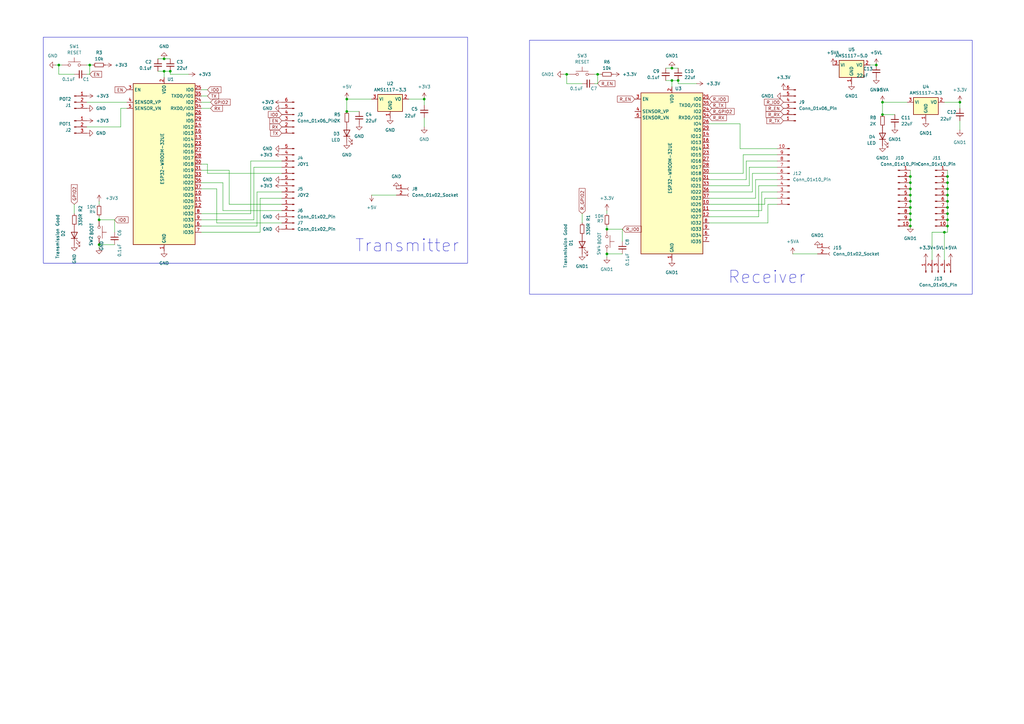
<source format=kicad_sch>
(kicad_sch (version 20250114) (generator "eeschema") (generator_version "9.0")
  (paper "A3")
  (lib_symbols
    (symbol "Connector:Conn_01x02_Pin" (pin_names (offset 1.016) (hide yes))
      (property "Reference" "J" (at 0 2.54 0))
      (property "Value" "Conn_01x02_Pin" (at 0 -5.08 0))
      (symbol "Conn_01x02_Pin_1_1"
        (pin passive line (at 5.08 0 180) (length 3.81) (name "Pin_1") (number "1"))
        (pin passive line (at 5.08 -2.54 180) (length 3.81) (name "Pin_2") (number "2"))
      )
    )
    (symbol "Connector:Conn_01x02_Socket" (pin_names (offset 1.016) (hide yes))
      (property "Reference" "J" (at 0 2.54 0))
      (property "Value" "Conn_01x02_Socket" (at 0 -5.08 0))
      (symbol "Conn_01x02_Socket_1_1"
        (pin passive line (at -5.08 0 0) (length 3.81) (name "Pin_1") (number "1"))
        (pin passive line (at -5.08 -2.54 0) (length 3.81) (name "Pin_2") (number "2"))
      )
    )
    (symbol "Connector:Conn_01x03_Pin" (pin_names (offset 1.016) (hide yes))
      (property "Reference" "J" (at 0 5.08 0))
      (property "Value" "Conn_01x03_Pin" (at 0 -5.08 0))
      (symbol "Conn_01x03_Pin_1_1"
        (pin passive line (at 5.08 2.54 180) (length 3.81) (name "Pin_1") (number "1"))
        (pin passive line (at 5.08 0 180) (length 3.81) (name "Pin_2") (number "2"))
        (pin passive line (at 5.08 -2.54 180) (length 3.81) (name "Pin_3") (number "3"))
      )
    )
    (symbol "Connector:Conn_01x05_Pin" (pin_names (offset 1.016) (hide yes))
      (property "Reference" "J" (at 0 7.62 0))
      (property "Value" "Conn_01x05_Pin" (at 0 -7.62 0))
      (symbol "Conn_01x05_Pin_1_1"
        (pin passive line (at 5.08 5.08 180) (length 3.81) (name "Pin_1") (number "1"))
        (pin passive line (at 5.08 2.54 180) (length 3.81) (name "Pin_2") (number "2"))
        (pin passive line (at 5.08 0 180) (length 3.81) (name "Pin_3") (number "3"))
        (pin passive line (at 5.08 -2.54 180) (length 3.81) (name "Pin_4") (number "4"))
        (pin passive line (at 5.08 -5.08 180) (length 3.81) (name "Pin_5") (number "5"))
      )
    )
    (symbol "Connector:Conn_01x06_Pin" (pin_names (offset 1.016) (hide yes))
      (property "Reference" "J" (at 0 7.62 0))
      (property "Value" "Conn_01x06_Pin" (at 0 -10.16 0))
      (symbol "Conn_01x06_Pin_1_1"
        (pin passive line (at 5.08 5.08 180) (length 3.81) (name "Pin_1") (number "1"))
        (pin passive line (at 5.08 2.54 180) (length 3.81) (name "Pin_2") (number "2"))
        (pin passive line (at 5.08 0 180) (length 3.81) (name "Pin_3") (number "3"))
        (pin passive line (at 5.08 -2.54 180) (length 3.81) (name "Pin_4") (number "4"))
        (pin passive line (at 5.08 -5.08 180) (length 3.81) (name "Pin_5") (number "5"))
        (pin passive line (at 5.08 -7.62 180) (length 3.81) (name "Pin_6") (number "6"))
      )
    )
    (symbol "Connector:Conn_01x10_Pin" (pin_names (offset 1.016) (hide yes))
      (property "Reference" "J" (at 0 12.7 0))
      (property "Value" "Conn_01x10_Pin" (at 0 -15.24 0))
      (symbol "Conn_01x10_Pin_1_1"
        (pin passive line (at 5.08 10.16 180) (length 3.81) (name "Pin_1") (number "1"))
        (pin passive line (at 5.08 7.62 180) (length 3.81) (name "Pin_2") (number "2"))
        (pin passive line (at 5.08 5.08 180) (length 3.81) (name "Pin_3") (number "3"))
        (pin passive line (at 5.08 2.54 180) (length 3.81) (name "Pin_4") (number "4"))
        (pin passive line (at 5.08 0 180) (length 3.81) (name "Pin_5") (number "5"))
        (pin passive line (at 5.08 -2.54 180) (length 3.81) (name "Pin_6") (number "6"))
        (pin passive line (at 5.08 -5.08 180) (length 3.81) (name "Pin_7") (number "7"))
        (pin passive line (at 5.08 -7.62 180) (length 3.81) (name "Pin_8") (number "8"))
        (pin passive line (at 5.08 -10.16 180) (length 3.81) (name "Pin_9") (number "9"))
        (pin passive line (at 5.08 -12.7 180) (length 3.81) (name "Pin_10") (number "10"))
      )
    )
    (symbol "Device:C_Small" (pin_numbers (hide yes)) (pin_names (offset 0.254) (hide yes))
      (property "Reference" "C" (at 0.254 1.778 0))
      (property "Value" "C_Small" (at 0.254 -2.032 0))
      (symbol "C_Small_1_1"
        (pin passive line (at 0 2.54 270) (length 2.032) (name "~") (number "1"))
        (pin passive line (at 0 -2.54 90) (length 2.032) (name "~") (number "2"))
      )
    )
    (symbol "Device:LED" (pin_numbers (hide yes)) (pin_names (offset 1.016) (hide yes))
      (property "Reference" "D" (at 0 2.54 0))
      (property "Value" "LED" (at 0 -2.54 0))
      (symbol "LED_1_1"
        (pin passive line (at -3.81 0 0) (length 2.54) (name "K") (number "1"))
        (pin passive line (at 3.81 0 180) (length 2.54) (name "A") (number "2"))
      )
    )
    (symbol "Device:R_Small" (pin_numbers (hide yes)) (pin_names (offset 0.254) (hide yes))
      (property "Reference" "R" (at 0.762 0.508 0))
      (property "Value" "R_Small" (at 0.762 -1.016 0))
      (symbol "R_Small_1_1"
        (pin passive line (at 0 2.54 270) (length 0.762) (name "~") (number "1"))
        (pin passive line (at 0 -2.54 90) (length 0.762) (name "~") (number "2"))
      )
    )
    (symbol "RF_Module:ESP32-WROOM-32UE"
      (property "Reference" "U" (at -12.7 34.29 0))
      (property "Value" "ESP32-WROOM-32UE" (at 1.27 34.29 0))
      (symbol "ESP32-WROOM-32UE_1_1"
        (pin input line (at -15.24 30.48 0) (length 2.54) (name "EN") (number "3"))
        (pin input line (at -15.24 25.4 0) (length 2.54) (name "SENSOR_VP") (number "4"))
        (pin input line (at -15.24 22.86 0) (length 2.54) (name "SENSOR_VN") (number "5"))
        (pin no_connect line (at -12.7 0 0) (length 2.54) (hide yes) (name "NC") (number "21"))
        (pin no_connect line (at -12.7 -2.54 0) (length 2.54) (hide yes) (name "NC") (number "22"))
        (pin no_connect line (at -12.7 -5.08 0) (length 2.54) (hide yes) (name "NC") (number "17"))
        (pin no_connect line (at -12.7 -7.62 0) (length 2.54) (hide yes) (name "NC") (number "18"))
        (pin no_connect line (at -12.7 -10.16 0) (length 2.54) (hide yes) (name "NC") (number "20"))
        (pin no_connect line (at -12.7 -12.7 0) (length 2.54) (hide yes) (name "NC") (number "19"))
        (pin no_connect line (at -12.7 -27.94 0) (length 2.54) (hide yes) (name "NC") (number "32"))
        (pin power_in line (at 0 35.56 270) (length 2.54) (name "VDD") (number "2"))
        (pin power_in line (at 0 -35.56 90) (length 2.54) (name "GND") (number "1"))
        (pin passive line (at 0 -35.56 90) (length 2.54) (hide yes) (name "GND") (number "15"))
        (pin passive line (at 0 -35.56 90) (length 2.54) (hide yes) (name "GND") (number "38"))
        (pin passive line (at 0 -35.56 90) (length 2.54) (hide yes) (name "GND") (number "39"))
        (pin bidirectional line (at 15.24 30.48 180) (length 2.54) (name "IO0") (number "25"))
        (pin bidirectional line (at 15.24 27.94 180) (length 2.54) (name "TXD0/IO1") (number "35"))
        (pin bidirectional line (at 15.24 25.4 180) (length 2.54) (name "IO2") (number "24"))
        (pin bidirectional line (at 15.24 22.86 180) (length 2.54) (name "RXD0/IO3") (number "34"))
        (pin bidirectional line (at 15.24 20.32 180) (length 2.54) (name "IO4") (number "26"))
        (pin bidirectional line (at 15.24 17.78 180) (length 2.54) (name "IO5") (number "29"))
        (pin bidirectional line (at 15.24 15.24 180) (length 2.54) (name "IO12") (number "14"))
        (pin bidirectional line (at 15.24 12.7 180) (length 2.54) (name "IO13") (number "16"))
        (pin bidirectional line (at 15.24 10.16 180) (length 2.54) (name "IO14") (number "13"))
        (pin bidirectional line (at 15.24 7.62 180) (length 2.54) (name "IO15") (number "23"))
        (pin bidirectional line (at 15.24 5.08 180) (length 2.54) (name "IO16") (number "27"))
        (pin bidirectional line (at 15.24 2.54 180) (length 2.54) (name "IO17") (number "28"))
        (pin bidirectional line (at 15.24 0 180) (length 2.54) (name "IO18") (number "30"))
        (pin bidirectional line (at 15.24 -2.54 180) (length 2.54) (name "IO19") (number "31"))
        (pin bidirectional line (at 15.24 -5.08 180) (length 2.54) (name "IO21") (number "33"))
        (pin bidirectional line (at 15.24 -7.62 180) (length 2.54) (name "IO22") (number "36"))
        (pin bidirectional line (at 15.24 -10.16 180) (length 2.54) (name "IO23") (number "37"))
        (pin bidirectional line (at 15.24 -12.7 180) (length 2.54) (name "IO25") (number "10"))
        (pin bidirectional line (at 15.24 -15.24 180) (length 2.54) (name "IO26") (number "11"))
        (pin bidirectional line (at 15.24 -17.78 180) (length 2.54) (name "IO27") (number "12"))
        (pin bidirectional line (at 15.24 -20.32 180) (length 2.54) (name "IO32") (number "8"))
        (pin bidirectional line (at 15.24 -22.86 180) (length 2.54) (name "IO33") (number "9"))
        (pin input line (at 15.24 -25.4 180) (length 2.54) (name "IO34") (number "6"))
        (pin input line (at 15.24 -27.94 180) (length 2.54) (name "IO35") (number "7"))
      )
    )
    (symbol "Regulator_Linear:AMS1117-3.3"
      (property "Reference" "U" (at -3.81 3.175 0))
      (property "Value" "AMS1117-3.3" (at 0 3.175 0))
      (symbol "AMS1117-3.3_1_1"
        (pin power_in line (at -7.62 0 0) (length 2.54) (name "VI") (number "3"))
        (pin power_in line (at 0 -7.62 90) (length 2.54) (name "GND") (number "1"))
        (pin power_out line (at 7.62 0 180) (length 2.54) (name "VO") (number "2"))
      )
    )
    (symbol "Regulator_Linear:AMS1117-5.0"
      (property "Reference" "U" (at -3.81 3.175 0))
      (property "Value" "AMS1117-5.0" (at 0 3.175 0))
      (symbol "AMS1117-5.0_1_1"
        (pin power_in line (at -7.62 0 0) (length 2.54) (name "VI") (number "3"))
        (pin power_in line (at 0 -7.62 90) (length 2.54) (name "GND") (number "1"))
        (pin power_out line (at 7.62 0 180) (length 2.54) (name "VO") (number "2"))
      )
    )
    (symbol "Switch:SW_Push" (pin_numbers (hide yes)) (pin_names (offset 1.016) (hide yes))
      (property "Reference" "SW" (at 1.27 2.54 0))
      (property "Value" "SW_Push" (at 0 -1.524 0))
      (symbol "SW_Push_0_1"
        (pin passive line (at -5.08 0 0) (length 2.54) (name "1") (number "1"))
        (pin passive line (at 5.08 0 180) (length 2.54) (name "2") (number "2"))
      )
    )
    (symbol "power:+3.3V" (power) (pin_numbers (hide yes)) (pin_names (offset 0) (hide yes))
      (property "Value" "+3.3V" (at 0 3.556 0))
      (symbol "+3.3V_1_1"
        (pin power_in line (at 0 0 90) (length 0) (name "~") (number "1"))
      )
    )
    (symbol "power:+3V3" (power) (pin_numbers (hide yes)) (pin_names (offset 0) (hide yes))
      (property "Value" "+3V3" (at 0 3.556 0))
      (symbol "+3V3_1_1"
        (pin power_in line (at 0 0 90) (length 0) (name "~") (number "1"))
      )
    )
    (symbol "power:+5V" (power) (pin_numbers (hide yes)) (pin_names (offset 0) (hide yes))
      (property "Value" "+5V" (at 0 3.556 0))
      (symbol "+5V_1_1"
        (pin power_in line (at 0 0 90) (length 0) (name "~") (number "1"))
      )
    )
    (symbol "power:+5VA" (power) (pin_numbers (hide yes)) (pin_names (offset 0) (hide yes))
      (property "Value" "+5VA" (at 0 3.556 0))
      (symbol "+5VA_1_1"
        (pin power_in line (at 0 0 90) (length 0) (name "~") (number "1"))
      )
    )
    (symbol "power:+5VL" (power) (pin_numbers (hide yes)) (pin_names (offset 0) (hide yes))
      (property "Value" "+5VL" (at 0 3.556 0))
      (symbol "+5VL_1_1"
        (pin power_in line (at 0 0 90) (length 0) (name "~") (number "1"))
      )
    )
    (symbol "power:GND" (power) (pin_numbers (hide yes)) (pin_names (offset 0) (hide yes))
      (property "Value" "GND" (at 0 -3.81 0))
      (symbol "GND_1_1"
        (pin power_in line (at 0 0 270) (length 0) (name "~") (number "1"))
      )
    )
    (symbol "power:GND1" (power) (pin_numbers (hide yes)) (pin_names (offset 0) (hide yes))
      (property "Value" "GND1" (at 0 -3.81 0))
      (symbol "GND1_1_1"
        (pin power_in line (at 0 0 270) (length 0) (name "~") (number "1"))
      )
    )
  )
  (rectangle (start 217.17 16.51) (end 398.78 120.65))
  (rectangle (start 17.78 15.24) (end 191.77 107.95))
  (text "Receiver \n" (at 316.484 113.792 0) (effects (font (size 5.08 5.08))))
  (text "Transmitter " (at 168.91 100.838 0) (effects (font (size 5.08 5.08))))
  (junction (at 388.62 72.39))
  (junction (at 373.38 77.47))
  (junction (at 275.59 27.94))
  (junction (at 373.38 85.09))
  (junction (at 388.62 77.47))
  (junction (at 373.38 92.71))
  (junction (at 361.95 41.91))
  (junction (at 373.38 90.17))
  (junction (at 142.24 45.72))
  (junction (at 388.62 74.93))
  (junction (at 387.35 95.25))
  (junction (at 359.41 26.67))
  (junction (at 388.62 87.63))
  (junction (at 278.13 33.02))
  (junction (at 142.24 40.64))
  (junction (at 36.83 26.67))
  (junction (at 69.85 29.21))
  (junction (at 67.31 24.13))
  (junction (at 388.62 92.71))
  (junction (at 232.41 30.48))
  (junction (at 373.38 82.55))
  (junction (at 245.11 30.48))
  (junction (at 388.62 80.01))
  (junction (at 393.7 41.91))
  (junction (at 24.13 26.67))
  (junction (at 373.38 87.63))
  (junction (at 40.64 90.17))
  (junction (at 373.38 72.39))
  (junction (at 373.38 80.01))
  (junction (at 373.38 74.93))
  (junction (at 388.62 85.09))
  (junction (at 173.99 40.64))
  (junction (at 275.59 33.02))
  (junction (at 67.31 29.21))
  (junction (at 40.64 100.33))
  (junction (at 388.62 90.17))
  (junction (at 361.95 46.99))
  (junction (at 388.62 82.55))
  (junction (at 248.92 104.14))
  (junction (at 248.92 93.98))
  (wire (pts (xy 115.57 66.04) (xy 102.87 66.04)))
  (wire (pts (xy 382.27 106.68) (xy 382.27 95.25)))
  (wire (pts (xy 167.64 40.64) (xy 173.99 40.64)))
  (wire (pts (xy 248.92 105.41) (xy 248.92 104.14)))
  (wire (pts (xy 173.99 48.26) (xy 173.99 52.07)))
  (wire (pts (xy 388.62 87.63) (xy 388.62 90.17)))
  (wire (pts (xy 255.27 93.98) (xy 248.92 93.98)))
  (wire (pts (xy 290.83 50.8) (xy 303.53 50.8)))
  (wire (pts (xy 245.11 30.48) (xy 243.84 30.48)))
  (wire (pts (xy 373.38 72.39) (xy 373.38 74.93)))
  (wire (pts (xy 106.68 81.28) (xy 115.57 81.28)))
  (wire (pts (xy 388.62 82.55) (xy 388.62 85.09)))
  (wire (pts (xy 314.96 91.44) (xy 290.83 91.44)))
  (wire (pts (xy 245.11 34.29) (xy 245.11 30.48)))
  (wire (pts (xy 64.77 29.21) (xy 67.31 29.21)))
  (wire (pts (xy 102.87 87.63) (xy 82.55 87.63)))
  (wire (pts (xy 35.56 41.91) (xy 52.07 41.91)))
  (wire (pts (xy 36.83 30.48) (xy 36.83 26.67)))
  (wire (pts (xy 173.99 43.18) (xy 173.99 40.64)))
  (wire (pts (xy 373.38 85.09) (xy 373.38 87.63)))
  (wire (pts (xy 104.14 90.17) (xy 104.14 68.58)))
  (wire (pts (xy 290.83 86.36) (xy 312.42 86.36)))
  (wire (pts (xy 232.41 30.48) (xy 233.68 30.48)))
  (wire (pts (xy 308.61 78.74) (xy 308.61 71.12)))
  (wire (pts (xy 388.62 69.85) (xy 388.62 72.39)))
  (wire (pts (xy 393.7 44.45) (xy 393.7 41.91)))
  (wire (pts (xy 303.53 50.8) (xy 303.53 60.96)))
  (wire (pts (xy 40.64 101.6) (xy 40.64 100.33)))
  (wire (pts (xy 67.31 24.13) (xy 69.85 24.13)))
  (wire (pts (xy 115.57 78.74) (xy 105.41 78.74)))
  (wire (pts (xy 290.83 81.28) (xy 309.88 81.28)))
  (wire (pts (xy 388.62 85.09) (xy 388.62 87.63)))
  (wire (pts (xy 85.09 71.12) (xy 85.09 67.31)))
  (wire (pts (xy 290.83 83.82) (xy 313.69 83.82)))
  (wire (pts (xy 303.53 60.96) (xy 318.77 60.96)))
  (wire (pts (xy 85.09 39.37) (xy 82.55 39.37)))
  (wire (pts (xy 82.55 95.25) (xy 106.68 95.25)))
  (wire (pts (xy 93.98 83.82) (xy 115.57 83.82)))
  (wire (pts (xy 318.77 78.74) (xy 312.42 78.74)))
  (wire (pts (xy 307.34 76.2) (xy 307.34 68.58)))
  (wire (pts (xy 306.07 73.66) (xy 290.83 73.66)))
  (wire (pts (xy 64.77 24.13) (xy 67.31 24.13)))
  (wire (pts (xy 290.83 88.9) (xy 311.15 88.9)))
  (wire (pts (xy 388.62 72.39) (xy 388.62 74.93)))
  (wire (pts (xy 85.09 36.83) (xy 82.55 36.83)))
  (wire (pts (xy 82.55 77.47) (xy 88.9 77.47)))
  (wire (pts (xy 309.88 81.28) (xy 309.88 73.66)))
  (wire (pts (xy 387.35 106.68) (xy 387.35 95.25)))
  (wire (pts (xy 306.07 66.04) (xy 306.07 73.66)))
  (wire (pts (xy 285.75 34.29) (xy 278.13 34.29)))
  (wire (pts (xy 248.92 87.63) (xy 248.92 86.36)))
  (wire (pts (xy 93.98 69.85) (xy 93.98 83.82)))
  (wire (pts (xy 152.4 80.01) (xy 162.56 80.01)))
  (wire (pts (xy 142.24 40.64) (xy 142.24 45.72)))
  (wire (pts (xy 388.62 95.25) (xy 388.62 92.71)))
  (wire (pts (xy 115.57 71.12) (xy 85.09 71.12)))
  (wire (pts (xy 372.11 41.91) (xy 361.95 41.91)))
  (wire (pts (xy 278.13 34.29) (xy 278.13 33.02)))
  (wire (pts (xy 88.9 91.44) (xy 115.57 91.44)))
  (wire (pts (xy 313.69 83.82) (xy 313.69 81.28)))
  (wire (pts (xy 387.35 95.25) (xy 388.62 95.25)))
  (wire (pts (xy 308.61 71.12) (xy 318.77 71.12)))
  (wire (pts (xy 318.77 83.82) (xy 314.96 83.82)))
  (wire (pts (xy 82.55 90.17) (xy 104.14 90.17)))
  (wire (pts (xy 275.59 33.02) (xy 278.13 33.02)))
  (wire (pts (xy 88.9 77.47) (xy 88.9 91.44)))
  (wire (pts (xy 91.44 86.36) (xy 115.57 86.36)))
  (wire (pts (xy 40.64 88.9) (xy 40.64 90.17)))
  (wire (pts (xy 238.76 87.63) (xy 238.76 91.44)))
  (wire (pts (xy 382.27 95.25) (xy 387.35 95.25)))
  (wire (pts (xy 35.56 30.48) (xy 36.83 30.48)))
  (wire (pts (xy 307.34 68.58) (xy 318.77 68.58)))
  (wire (pts (xy 388.62 80.01) (xy 388.62 82.55)))
  (wire (pts (xy 373.38 77.47) (xy 373.38 80.01)))
  (wire (pts (xy 82.55 69.85) (xy 93.98 69.85)))
  (wire (pts (xy 311.15 76.2) (xy 318.77 76.2)))
  (wire (pts (xy 85.09 67.31) (xy 82.55 67.31)))
  (wire (pts (xy 105.41 92.71) (xy 82.55 92.71)))
  (wire (pts (xy 22.86 26.67) (xy 24.13 26.67)))
  (wire (pts (xy 105.41 78.74) (xy 105.41 92.71)))
  (wire (pts (xy 373.38 74.93) (xy 373.38 77.47)))
  (wire (pts (xy 67.31 29.21) (xy 67.31 31.75)))
  (wire (pts (xy 255.27 104.14) (xy 248.92 104.14)))
  (wire (pts (xy 304.8 63.5) (xy 318.77 63.5)))
  (wire (pts (xy 46.99 90.17) (xy 46.99 95.25)))
  (wire (pts (xy 46.99 100.33) (xy 40.64 100.33)))
  (wire (pts (xy 24.13 26.67) (xy 25.4 26.67)))
  (wire (pts (xy 238.76 34.29) (xy 232.41 34.29)))
  (wire (pts (xy 243.84 34.29) (xy 245.11 34.29)))
  (wire (pts (xy 102.87 66.04) (xy 102.87 87.63)))
  (wire (pts (xy 273.05 27.94) (xy 275.59 27.94)))
  (wire (pts (xy 38.1 26.67) (xy 36.83 26.67)))
  (wire (pts (xy 255.27 93.98) (xy 255.27 99.06)))
  (wire (pts (xy 86.36 44.45) (xy 82.55 44.45)))
  (wire (pts (xy 313.69 81.28) (xy 318.77 81.28)))
  (wire (pts (xy 104.14 68.58) (xy 115.57 68.58)))
  (wire (pts (xy 24.13 30.48) (xy 24.13 26.67)))
  (wire (pts (xy 388.62 90.17) (xy 388.62 92.71)))
  (wire (pts (xy 361.95 46.99) (xy 367.03 46.99)))
  (wire (pts (xy 387.35 41.91) (xy 393.7 41.91)))
  (wire (pts (xy 231.14 30.48) (xy 232.41 30.48)))
  (wire (pts (xy 152.4 40.64) (xy 142.24 40.64)))
  (wire (pts (xy 388.62 74.93) (xy 388.62 77.47)))
  (wire (pts (xy 67.31 29.21) (xy 69.85 29.21)))
  (wire (pts (xy 142.24 45.72) (xy 147.32 45.72)))
  (wire (pts (xy 248.92 92.71) (xy 248.92 93.98)))
  (wire (pts (xy 246.38 30.48) (xy 245.11 30.48)))
  (wire (pts (xy 82.55 74.93) (xy 91.44 74.93)))
  (wire (pts (xy 290.83 71.12) (xy 304.8 71.12)))
  (wire (pts (xy 232.41 34.29) (xy 232.41 30.48)))
  (wire (pts (xy 393.7 49.53) (xy 393.7 53.34)))
  (wire (pts (xy 311.15 76.2) (xy 311.15 88.9)))
  (wire (pts (xy 318.77 66.04) (xy 306.07 66.04)))
  (wire (pts (xy 86.36 41.91) (xy 82.55 41.91)))
  (wire (pts (xy 290.83 76.2) (xy 307.34 76.2)))
  (wire (pts (xy 49.53 44.45) (xy 52.07 44.45)))
  (wire (pts (xy 106.68 95.25) (xy 106.68 81.28)))
  (wire (pts (xy 35.56 52.07) (xy 49.53 52.07)))
  (wire (pts (xy 69.85 30.48) (xy 69.85 29.21)))
  (wire (pts (xy 373.38 87.63) (xy 373.38 90.17)))
  (wire (pts (xy 314.96 83.82) (xy 314.96 91.44)))
  (wire (pts (xy 373.38 82.55) (xy 373.38 85.09)))
  (wire (pts (xy 290.83 78.74) (xy 308.61 78.74)))
  (wire (pts (xy 30.48 30.48) (xy 24.13 30.48)))
  (wire (pts (xy 373.38 90.17) (xy 373.38 92.71)))
  (wire (pts (xy 373.38 69.85) (xy 373.38 72.39)))
  (wire (pts (xy 275.59 27.94) (xy 278.13 27.94)))
  (wire (pts (xy 36.83 26.67) (xy 35.56 26.67)))
  (wire (pts (xy 361.95 41.91) (xy 361.95 46.99)))
  (wire (pts (xy 91.44 74.93) (xy 91.44 86.36)))
  (wire (pts (xy 30.48 83.82) (xy 30.48 87.63)))
  (wire (pts (xy 373.38 80.01) (xy 373.38 82.55)))
  (wire (pts (xy 46.99 90.17) (xy 40.64 90.17)))
  (wire (pts (xy 49.53 52.07) (xy 49.53 44.45)))
  (wire (pts (xy 273.05 33.02) (xy 275.59 33.02)))
  (wire (pts (xy 388.62 77.47) (xy 388.62 80.01)))
  (wire (pts (xy 40.64 83.82) (xy 40.64 82.55)))
  (wire (pts (xy 275.59 33.02) (xy 275.59 35.56)))
  (wire (pts (xy 309.88 73.66) (xy 318.77 73.66)))
  (wire (pts (xy 77.47 30.48) (xy 69.85 30.48)))
  (wire (pts (xy 312.42 78.74) (xy 312.42 86.36)))
  (wire (pts (xy 304.8 71.12) (xy 304.8 63.5)))
  (wire (pts (xy 325.12 104.14) (xy 335.28 104.14)))
  (wire (pts (xy 359.41 26.67) (xy 356.87 26.67)))
  (global_label "RX" (shape input) (at 115.57 52.07 180) (property "Intersheetrefs" "${INTERSHEET_REFS}" (effects (hide yes))))
  (global_label "R_RX" (shape input) (at 290.83 48.26 0) (property "Intersheetrefs" "${INTERSHEET_REFS}" (effects (hide yes))))
  (global_label "R_EN" (shape input) (at 321.31 44.45 180) (property "Intersheetrefs" "${INTERSHEET_REFS}" (effects (hide yes))))
  (global_label "R_RX" (shape input) (at 321.31 46.99 180) (property "Intersheetrefs" "${INTERSHEET_REFS}" (effects (hide yes))))
  (global_label "R_GPIO2" (shape input) (at 238.76 87.63 90) (property "Intersheetrefs" "${INTERSHEET_REFS}" (effects (hide yes))))
  (global_label "TX" (shape input) (at 85.09 39.37 0) (property "Intersheetrefs" "${INTERSHEET_REFS}" (effects (hide yes))))
  (global_label "GPIO2" (shape input) (at 86.36 41.91 0) (property "Intersheetrefs" "${INTERSHEET_REFS}" (effects (hide yes))))
  (global_label "GPIO2" (shape input) (at 30.48 83.82 90) (property "Intersheetrefs" "${INTERSHEET_REFS}" (effects (hide yes))))
  (global_label "R_IO0" (shape input) (at 255.27 93.98 0) (property "Intersheetrefs" "${INTERSHEET_REFS}" (effects (hide yes))))
  (global_label "R_IO0" (shape input) (at 321.31 41.91 180) (property "Intersheetrefs" "${INTERSHEET_REFS}" (effects (hide yes))))
  (global_label "RX" (shape input) (at 86.36 44.45 0) (property "Intersheetrefs" "${INTERSHEET_REFS}" (effects (hide yes))))
  (global_label "R_EN" (shape input) (at 245.11 34.29 0) (property "Intersheetrefs" "${INTERSHEET_REFS}" (effects (hide yes))))
  (global_label "EN" (shape input) (at 115.57 49.53 180) (property "Intersheetrefs" "${INTERSHEET_REFS}" (effects (hide yes))))
  (global_label "EN" (shape input) (at 52.07 36.83 180) (property "Intersheetrefs" "${INTERSHEET_REFS}" (effects (hide yes))))
  (global_label "IO0" (shape input) (at 85.09 36.83 0) (property "Intersheetrefs" "${INTERSHEET_REFS}" (effects (hide yes))))
  (global_label "R_IO0" (shape input) (at 290.83 40.64 0) (property "Intersheetrefs" "${INTERSHEET_REFS}" (effects (hide yes))))
  (global_label "EN" (shape input) (at 36.83 30.48 0) (property "Intersheetrefs" "${INTERSHEET_REFS}" (effects (hide yes))))
  (global_label "IO0" (shape input) (at 115.57 46.99 180) (property "Intersheetrefs" "${INTERSHEET_REFS}" (effects (hide yes))))
  (global_label "R_TX" (shape input) (at 290.83 43.18 0) (property "Intersheetrefs" "${INTERSHEET_REFS}" (effects (hide yes))))
  (global_label "R_TX" (shape input) (at 321.31 49.53 180) (property "Intersheetrefs" "${INTERSHEET_REFS}" (effects (hide yes))))
  (global_label "IO0" (shape input) (at 46.99 90.17 0) (property "Intersheetrefs" "${INTERSHEET_REFS}" (effects (hide yes))))
  (global_label "R_EN" (shape input) (at 260.35 40.64 180) (property "Intersheetrefs" "${INTERSHEET_REFS}" (effects (hide yes))))
  (global_label "R_GPIO2" (shape input) (at 290.83 45.72 0) (property "Intersheetrefs" "${INTERSHEET_REFS}" (effects (hide yes))))
  (global_label "TX" (shape input) (at 115.57 54.61 180) (property "Intersheetrefs" "${INTERSHEET_REFS}" (effects (hide yes))))
  (symbol (lib_id "power:GND1") (at 361.95 59.69 0) (unit 1)
    (property "Reference" "#PWR040" (effects (hide yes)))
    (property "Value" "GND1" (at 361.95 64.77 0))
    (property "Description" "Power symbol creates a global label with name \"GND1\" , ground" (effects (hide yes)))
  )
  (symbol (lib_id "power:GND") (at 162.56 77.47 180) (unit 1)
    (property "Reference" "#PWR027" (effects (hide yes)))
    (property "Value" "GND" (at 162.56 72.39 0))
    (property "Description" "Power symbol creates a global label with name \"GND\" , ground" (effects (hide yes)))
  )
  (symbol (lib_id "Connector:Conn_01x10_Pin") (at 383.54 80.01 0) (unit 1)
    (property "Reference" "J11" (at 384.175 64.77 0))
    (property "Value" "Conn_01x10_Pin" (at 384.175 67.31 0))
    (property "Footprint" "Connector_PinHeader_2.54mm:PinHeader_1x10_P2.54mm_Vertical" (effects (hide yes)))
    (property "Description" "Generic connector, single row, 01x10, script generated" (effects (hide yes)))
  )
  (symbol (lib_id "Device:C_Small") (at 147.32 48.26 0) (unit 1)
    (property "Reference" "C4" (at 149.86 46.9962 0) (effects (justify left)))
    (property "Value" "22uF" (at 149.86 49.5362 0) (effects (justify left)))
    (property "Footprint" "Capacitor_SMD:C_0805_2012Metric_Pad1.18x1.45mm_HandSolder" (effects (hide yes)))
    (property "Description" "Unpolarized capacitor, small symbol" (effects (hide yes)))
  )
  (symbol (lib_id "power:GND") (at 40.64 101.6 0) (mirror y) (unit 1)
    (property "Reference" "#PWR09" (effects (hide yes)))
    (property "Value" "GND" (at 41.656 102.87 90) (effects (justify left)))
    (property "Description" "Power symbol creates a global label with name \"GND\" , ground" (effects (hide yes)))
  )
  (symbol (lib_id "power:+5V") (at 152.4 80.01 180) (unit 1)
    (property "Reference" "#PWR025" (effects (hide yes)))
    (property "Value" "+5V" (at 152.4 85.09 0))
    (property "Description" "Power symbol creates a global label with name \"+5V\"" (effects (hide yes)))
  )
  (symbol (lib_id "Connector:Conn_01x05_Pin") (at 120.65 78.74 180) (unit 1)
    (property "Reference" "J5" (at 121.92 77.4699 0) (effects (justify right)))
    (property "Value" "JOY2" (at 121.92 80.0099 0) (effects (justify right)))
    (property "Footprint" "Connector_PinHeader_2.54mm:PinHeader_1x05_P2.54mm_Vertical" (effects (hide yes)))
    (property "Description" "Generic connector, single row, 01x05, script generated" (effects (hide yes)))
  )
  (symbol (lib_id "power:GND1") (at 393.7 53.34 0) (unit 1)
    (property "Reference" "#PWR044" (effects (hide yes)))
    (property "Value" "GND1" (at 393.7 58.42 0))
    (property "Description" "Power symbol creates a global label with name \"GND1\" , ground" (effects (hide yes)))
  )
  (symbol (lib_id "power:+3V3") (at 77.47 30.48 270) (unit 1)
    (property "Reference" "#PWR013" (effects (hide yes)))
    (property "Value" "+3V3" (at 81.28 30.4799 90) (effects (justify left)))
    (property "Description" "Power symbol creates a global label with name \"+3V3\"" (effects (hide yes)))
  )
  (symbol (lib_id "power:+3.3V") (at 251.46 30.48 270) (unit 1)
    (property "Reference" "#PWR033" (effects (hide yes)))
    (property "Value" "+3.3V" (at 255.27 30.4799 90) (effects (justify left)))
    (property "Description" "Power symbol creates a global label with name \"+3.3V\"" (effects (hide yes)))
  )
  (symbol (lib_id "power:+3V3") (at 35.56 49.53 270) (unit 1)
    (property "Reference" "#PWR06" (effects (hide yes)))
    (property "Value" "+3V3" (at 39.37 49.5299 90) (effects (justify left)))
    (property "Description" "Power symbol creates a global label with name \"+3V3\"" (effects (hide yes)))
  )
  (symbol (lib_id "power:GND1") (at 238.76 104.14 0) (unit 1)
    (property "Reference" "#PWR030" (effects (hide yes)))
    (property "Value" "GND1" (at 238.76 109.22 0))
    (property "Description" "Power symbol creates a global label with name \"GND1\" , ground" (effects (hide yes)))
  )
  (symbol (lib_id "power:GND1") (at 248.92 105.41 0) (unit 1)
    (property "Reference" "#PWR032" (effects (hide yes)))
    (property "Value" "GND1" (at 248.92 110.49 0))
    (property "Description" "Power symbol creates a global label with name \"GND1\" , ground" (effects (hide yes)))
  )
  (symbol (lib_id "power:GND1") (at 275.59 106.68 0) (unit 1)
    (property "Reference" "#PWR035" (effects (hide yes)))
    (property "Value" "GND1" (at 275.59 111.76 0))
    (property "Description" "Power symbol creates a global label with name \"GND1\" , ground" (effects (hide yes)))
  )
  (symbol (lib_id "Switch:SW_Push") (at 238.76 30.48 0) (unit 1)
    (property "Reference" "SW3" (at 238.76 22.86 0))
    (property "Value" "RESET" (at 238.76 25.4 0))
    (property "Footprint" "Button_Switch_SMD:SW_Push_SPST_NO_Alps_SKRK" (effects (hide yes)))
    (property "Description" "Push button switch, generic, two pins" (effects (hide yes)))
  )
  (symbol (lib_id "power:+5VL") (at 384.81 106.68 0) (unit 1)
    (property "Reference" "#PWR054" (effects (hide yes)))
    (property "Value" "+5VL" (at 384.81 101.6 0))
    (property "Description" "Power symbol creates a global label with name \"+5VL\"" (effects (hide yes)))
  )
  (symbol (lib_id "power:+5V") (at 142.24 40.64 0) (unit 1)
    (property "Reference" "#PWR022" (effects (hide yes)))
    (property "Value" "+5V" (at 142.24 35.56 0))
    (property "Description" "Power symbol creates a global label with name \"+5V\"" (effects (hide yes)))
  )
  (symbol (lib_id "Device:R_Small") (at 40.64 86.36 0) (mirror x) (unit 1)
    (property "Reference" "R4" (at 36.576 86.868 0) (effects (justify left)))
    (property "Value" "10K" (at 35.56 84.836 0) (effects (justify left)))
    (property "Footprint" "Resistor_SMD:R_0805_2012Metric_Pad1.20x1.40mm_HandSolder" (effects (hide yes)))
    (property "Description" "Resistor, small symbol" (effects (hide yes)))
  )
  (symbol (lib_id "Device:C_Small") (at 255.27 101.6 0) (unit 1)
    (property "Reference" "C8" (at 257.302 99.314 90))
    (property "Value" "0.1uF" (at 257.302 106.426 90))
    (property "Footprint" "Capacitor_SMD:C_1206_3216Metric_Pad1.33x1.80mm_HandSolder" (effects (hide yes)))
    (property "Description" "Unpolarized capacitor, small symbol" (effects (hide yes)))
  )
  (symbol (lib_id "power:+3.3V") (at 379.73 106.68 0) (unit 1)
    (property "Reference" "#PWR048" (effects (hide yes)))
    (property "Value" "+3.3V" (at 379.73 101.6 0))
    (property "Description" "Power symbol creates a global label with name \"+3.3V\"" (effects (hide yes)))
  )
  (symbol (lib_id "power:+3V3") (at 40.64 82.55 0) (mirror y) (unit 1)
    (property "Reference" "#PWR08" (effects (hide yes)))
    (property "Value" "+3V3" (at 43.18 81.2799 0) (effects (justify right)))
    (property "Description" "Power symbol creates a global label with name \"+3V3\"" (effects (hide yes)))
  )
  (symbol (lib_id "power:GND") (at 67.31 24.13 180) (unit 1)
    (property "Reference" "#PWR011" (effects (hide yes)))
    (property "Value" "GND" (at 67.31 19.05 0))
    (property "Description" "Power symbol creates a global label with name \"GND\" , ground" (effects (hide yes)))
  )
  (symbol (lib_id "power:GND") (at 22.86 26.67 270) (unit 1)
    (property "Reference" "#PWR01" (effects (hide yes)))
    (property "Value" "GND" (at 21.59 22.86 90))
    (property "Description" "Power symbol creates a global label with name \"GND\" , ground" (effects (hide yes)))
  )
  (symbol (lib_id "Regulator_Linear:AMS1117-3.3") (at 160.02 40.64 0) (unit 1)
    (property "Reference" "U2" (at 160.02 34.29 0))
    (property "Value" "AMS1117-3.3" (at 160.02 36.83 0))
    (property "Footprint" "Package_TO_SOT_SMD:SOT-223-3_TabPin2" (effects (hide yes)))
    (property "Datasheet" "http://www.advanced-monolithic.com/pdf/ds1117.pdf" (effects (hide yes)))
    (property "Description" "1A Low Dropout regulator, positive, 3.3V fixed output, SOT-223" (effects (hide yes)))
  )
  (symbol (lib_id "power:+3V3") (at 115.57 41.91 90) (unit 1)
    (property "Reference" "#PWR014" (effects (hide yes)))
    (property "Value" "+3V3" (at 109.728 41.91 90))
    (property "Description" "Power symbol creates a global label with name \"+3V3\"" (effects (hide yes)))
  )
  (symbol (lib_id "power:+5VA") (at 361.95 41.91 0) (unit 1)
    (property "Reference" "#PWR039" (effects (hide yes)))
    (property "Value" "+5VA" (at 361.95 36.83 0))
    (property "Description" "Power symbol creates a global label with name \"+5VA\"" (effects (hide yes)))
  )
  (symbol (lib_id "power:+3V3") (at 43.18 26.67 270) (unit 1)
    (property "Reference" "#PWR010" (effects (hide yes)))
    (property "Value" "+3V3" (at 46.99 26.6699 90) (effects (justify left)))
    (property "Description" "Power symbol creates a global label with name \"+3V3\"" (effects (hide yes)))
  )
  (symbol (lib_id "power:GND") (at 67.31 102.87 0) (unit 1)
    (property "Reference" "#PWR012" (effects (hide yes)))
    (property "Value" "GND" (at 67.31 107.95 0))
    (property "Description" "Power symbol creates a global label with name \"GND\" , ground" (effects (hide yes)))
  )
  (symbol (lib_id "power:GND1") (at 367.03 52.07 0) (unit 1)
    (property "Reference" "#PWR041" (effects (hide yes)))
    (property "Value" "GND1" (at 367.03 57.15 0))
    (property "Description" "Power symbol creates a global label with name \"GND1\" , ground" (effects (hide yes)))
  )
  (symbol (lib_id "Device:C_Small") (at 173.99 45.72 0) (unit 1)
    (property "Reference" "C5" (at 168.656 44.704 0) (effects (justify left)))
    (property "Value" "22uF" (at 165.862 47.498 0) (effects (justify left)))
    (property "Footprint" "Capacitor_SMD:C_0805_2012Metric_Pad1.18x1.45mm_HandSolder" (effects (hide yes)))
    (property "Description" "Unpolarized capacitor, small symbol" (effects (hide yes)))
  )
  (symbol (lib_id "Connector:Conn_01x06_Pin") (at 120.65 49.53 180) (unit 1)
    (property "Reference" "J3" (at 121.92 46.9899 0) (effects (justify right)))
    (property "Value" "Conn_01x06_Pin" (at 121.92 49.5299 0) (effects (justify right)))
    (property "Footprint" "Connector_PinHeader_2.54mm:PinHeader_1x06_P2.54mm_Vertical" (effects (hide yes)))
    (property "Description" "Generic connector, single row, 01x06, script generated" (effects (hide yes)))
  )
  (symbol (lib_id "Device:R_Small") (at 361.95 49.53 0) (mirror x) (unit 1)
    (property "Reference" "R8" (at 359.41 48.2599 0) (effects (justify right)))
    (property "Value" "2K" (at 359.41 50.7999 0) (effects (justify right)))
    (property "Footprint" "Resistor_SMD:R_1206_3216Metric_Pad1.30x1.75mm_HandSolder" (effects (hide yes)))
    (property "Description" "Resistor, small symbol" (effects (hide yes)))
  )
  (symbol (lib_id "power:+3.3V") (at 321.31 36.83 0) (unit 1)
    (property "Reference" "#PWR037" (effects (hide yes)))
    (property "Value" "+3.3V" (at 321.31 31.75 0))
    (property "Description" "Power symbol creates a global label with name \"+3.3V\"" (effects (hide yes)))
  )
  (symbol (lib_id "Connector:Conn_01x10_Pin") (at 323.85 73.66 180) (unit 1)
    (property "Reference" "J12" (at 325.12 71.1199 0) (effects (justify right)))
    (property "Value" "Conn_01x10_Pin" (at 325.12 73.6599 0) (effects (justify right)))
    (property "Footprint" "Connector_PinHeader_2.54mm:PinHeader_1x10_P2.54mm_Vertical" (effects (hide yes)))
    (property "Description" "Generic connector, single row, 01x10, script generated" (effects (hide yes)))
  )
  (symbol (lib_id "power:+5VA") (at 341.63 26.67 0) (unit 1)
    (property "Reference" "#PWR050" (effects (hide yes)))
    (property "Value" "+5VA" (at 341.63 21.59 0))
    (property "Description" "Power symbol creates a global label with name \"+5VA\"" (effects (hide yes)))
  )
  (symbol (lib_id "power:GND") (at 30.48 100.33 0) (unit 1)
    (property "Reference" "#PWR03" (effects (hide yes)))
    (property "Value" "GND" (at 30.4801 104.14 90) (effects (justify right)))
    (property "Description" "Power symbol creates a global label with name \"GND\" , ground" (effects (hide yes)))
  )
  (symbol (lib_id "power:+3V3") (at 35.56 39.37 270) (unit 1)
    (property "Reference" "#PWR04" (effects (hide yes)))
    (property "Value" "+3V3" (at 39.37 39.3699 90) (effects (justify left)))
    (property "Description" "Power symbol creates a global label with name \"+3V3\"" (effects (hide yes)))
  )
  (symbol (lib_id "Device:C_Small") (at 367.03 49.53 0) (unit 1)
    (property "Reference" "C11" (at 369.57 48.2662 0) (effects (justify left)))
    (property "Value" "22uF" (at 369.57 50.8062 0) (effects (justify left)))
    (property "Footprint" "Capacitor_SMD:C_0805_2012Metric_Pad1.18x1.45mm_HandSolder" (effects (hide yes)))
    (property "Description" "Unpolarized capacitor, small symbol" (effects (hide yes)))
  )
  (symbol (lib_id "power:GND") (at 147.32 50.8 0) (unit 1)
    (property "Reference" "#PWR024" (effects (hide yes)))
    (property "Value" "GND" (at 147.32 55.88 0))
    (property "Description" "Power symbol creates a global label with name \"GND\" , ground" (effects (hide yes)))
  )
  (symbol (lib_id "Device:C_Small") (at 359.41 29.21 0) (unit 1)
    (property "Reference" "C13" (at 354.076 28.194 0) (effects (justify left)))
    (property "Value" "22uF" (at 351.282 30.988 0) (effects (justify left)))
    (property "Footprint" "Capacitor_SMD:C_0805_2012Metric_Pad1.18x1.45mm_HandSolder" (effects (hide yes)))
    (property "Description" "Unpolarized capacitor, small symbol" (effects (hide yes)))
  )
  (symbol (lib_id "power:GND") (at 160.02 48.26 0) (unit 1)
    (property "Reference" "#PWR026" (effects (hide yes)))
    (property "Value" "GND" (at 160.02 53.34 0))
    (property "Description" "Power symbol creates a global label with name \"GND\" , ground" (effects (hide yes)))
  )
  (symbol (lib_id "power:GND1") (at 379.73 49.53 0) (unit 1)
    (property "Reference" "#PWR042" (effects (hide yes)))
    (property "Value" "GND1" (at 379.73 54.61 0))
    (property "Description" "Power symbol creates a global label with name \"GND1\" , ground" (effects (hide yes)))
  )
  (symbol (lib_id "Device:C_Small") (at 273.05 30.48 0) (mirror y) (unit 1)
    (property "Reference" "C9" (at 270.51 29.2162 0) (effects (justify left)))
    (property "Value" "0.1uf" (at 270.51 31.7562 0) (effects (justify left)))
    (property "Footprint" "Capacitor_SMD:C_0805_2012Metric_Pad1.18x1.45mm_HandSolder" (effects (hide yes)))
    (property "Description" "Unpolarized capacitor, small symbol" (effects (hide yes)))
  )
  (symbol (lib_id "power:+3.3V") (at 393.7 41.91 0) (unit 1)
    (property "Reference" "#PWR043" (effects (hide yes)))
    (property "Value" "+3.3V" (at 393.7 36.83 0))
    (property "Description" "Power symbol creates a global label with name \"+3.3V\"" (effects (hide yes)))
  )
  (symbol (lib_id "Connector:Conn_01x05_Pin") (at 120.65 66.04 180) (unit 1)
    (property "Reference" "J4" (at 121.92 64.7699 0) (effects (justify right)))
    (property "Value" "JOY1" (at 121.92 67.3099 0) (effects (justify right)))
    (property "Footprint" "Connector_PinHeader_2.54mm:PinHeader_1x05_P2.54mm_Vertical" (effects (hide yes)))
    (property "Description" "Generic connector, single row, 01x05, script generated" (effects (hide yes)))
  )
  (symbol (lib_id "RF_Module:ESP32-WROOM-32UE") (at 275.59 71.12 0) (unit 1)
    (property "Reference" "U3" (at 276.86 36.322 0) (effects (justify left)))
    (property "Value" "ESP32-WROOM-32UE" (at 274.828 79.502 90) (effects (justify left)))
    (property "Footprint" "RF_Module:ESP32-WROOM-32E" (effects (hide yes)))
    (property "Datasheet" "https://www.espressif.com/sites/default/files/documentation/esp32-wroom-32e_esp32-wroom-32ue_datasheet_en.pdf" (effects (hide yes)))
    (property "Description" "RF Module, ESP32-D0WD-V3 SoC, without PSRAM, Wi-Fi 802.11b/g/n, Bluetooth, BLE, 32-bit, 2.7-3.6V, external antenna, SMD" (effects (hide yes)))
  )
  (symbol (lib_id "Connector:Conn_01x10_Pin") (at 368.3 80.01 0) (unit 1)
    (property "Reference" "J10" (at 368.935 64.77 0))
    (property "Value" "Conn_01x10_Pin" (at 368.935 67.31 0))
    (property "Footprint" "Connector_PinHeader_2.54mm:PinHeader_1x10_P2.54mm_Vertical" (effects (hide yes)))
    (property "Description" "Generic connector, single row, 01x10, script generated" (effects (hide yes)))
  )
  (symbol (lib_id "power:GND1") (at 275.59 27.94 180) (unit 1)
    (property "Reference" "#PWR034" (effects (hide yes)))
    (property "Value" "GND1" (at 275.59 22.86 0))
    (property "Description" "Power symbol creates a global label with name \"GND1\" , ground" (effects (hide yes)))
  )
  (symbol (lib_id "power:+3V3") (at 115.57 76.2 90) (unit 1)
    (property "Reference" "#PWR019" (effects (hide yes)))
    (property "Value" "+3V3" (at 111.76 76.1999 90) (effects (justify left)))
    (property "Description" "Power symbol creates a global label with name \"+3V3\"" (effects (hide yes)))
  )
  (symbol (lib_id "Device:R_Small") (at 142.24 48.26 0) (mirror x) (unit 1)
    (property "Reference" "R5" (at 139.7 46.9899 0) (effects (justify right)))
    (property "Value" "2K" (at 139.7 49.5299 0) (effects (justify right)))
    (property "Footprint" "Resistor_SMD:R_0805_2012Metric_Pad1.20x1.40mm_HandSolder" (effects (hide yes)))
    (property "Description" "Resistor, small symbol" (effects (hide yes)))
  )
  (symbol (lib_id "power:GND") (at 35.56 54.61 90) (unit 1)
    (property "Reference" "#PWR07" (effects (hide yes)))
    (property "Value" "GND" (at 39.37 54.6099 90) (effects (justify right)))
    (property "Description" "Power symbol creates a global label with name \"GND\" , ground" (effects (hide yes)))
  )
  (symbol (lib_id "Device:LED") (at 238.76 100.33 90) (unit 1)
    (property "Reference" "D1" (at 234.188 99.568 0))
    (property "Value" "Transmission Good" (at 231.902 100.838 0))
    (property "Footprint" "LED_SMD:LED_0805_2012Metric_Pad1.15x1.40mm_HandSolder" (effects (hide yes)))
    (property "Description" "Light emitting diode" (effects (hide yes)))
  )
  (symbol (lib_id "Switch:SW_Push") (at 248.92 99.06 270) (unit 1)
    (property "Reference" "SW4" (at 245.618 102.616 0))
    (property "Value" "BOOT" (at 245.872 97.79 0))
    (property "Footprint" "Button_Switch_SMD:SW_Push_SPST_NO_Alps_SKRK" (effects (hide yes)))
    (property "Description" "Push button switch, generic, two pins" (effects (hide yes)))
  )
  (symbol (lib_id "power:+5VA") (at 389.89 106.68 0) (unit 1)
    (property "Reference" "#PWR047" (effects (hide yes)))
    (property "Value" "+5VA" (at 389.89 101.6 0))
    (property "Description" "Power symbol creates a global label with name \"+5VA\"" (effects (hide yes)))
  )
  (symbol (lib_id "Device:C_Small") (at 46.99 97.79 0) (unit 1)
    (property "Reference" "C6" (at 49.022 95.504 90))
    (property "Value" "0.1uF" (at 49.022 102.616 90))
    (property "Footprint" "Capacitor_SMD:C_0805_2012Metric_Pad1.18x1.45mm_HandSolder" (effects (hide yes)))
    (property "Description" "Unpolarized capacitor, small symbol" (effects (hide yes)))
  )
  (symbol (lib_id "power:GND") (at 142.24 58.42 0) (unit 1)
    (property "Reference" "#PWR023" (effects (hide yes)))
    (property "Value" "GND" (at 142.24 63.5 0))
    (property "Description" "Power symbol creates a global label with name \"GND\" , ground" (effects (hide yes)))
  )
  (symbol (lib_id "Device:R_Small") (at 248.92 90.17 0) (mirror x) (unit 1)
    (property "Reference" "R7" (at 244.856 90.678 0) (effects (justify left)))
    (property "Value" "10K" (at 243.84 88.646 0) (effects (justify left)))
    (property "Footprint" "Resistor_SMD:R_0805_2012Metric_Pad1.20x1.40mm_HandSolder" (effects (hide yes)))
    (property "Description" "Resistor, small symbol" (effects (hide yes)))
  )
  (symbol (lib_id "power:GND") (at 115.57 60.96 270) (unit 1)
    (property "Reference" "#PWR016" (effects (hide yes)))
    (property "Value" "GND" (at 111.76 60.9601 90) (effects (justify right)))
    (property "Description" "Power symbol creates a global label with name \"GND\" , ground" (effects (hide yes)))
  )
  (symbol (lib_id "power:GND1") (at 321.31 39.37 270) (unit 1)
    (property "Reference" "#PWR038" (effects (hide yes)))
    (property "Value" "GND1" (at 317.5 39.3699 90) (effects (justify right)))
    (property "Description" "Power symbol creates a global label with name \"GND1\" , ground" (effects (hide yes)))
  )
  (symbol (lib_id "Device:R_Small") (at 238.76 93.98 0) (unit 1)
    (property "Reference" "R1" (at 241.3 89.408 90))
    (property "Value" "330R" (at 241.3 93.98 90))
    (property "Footprint" "Resistor_SMD:R_0805_2012Metric_Pad1.20x1.40mm_HandSolder" (effects (hide yes)))
    (property "Description" "Resistor, small symbol" (effects (hide yes)))
  )
  (symbol (lib_id "Regulator_Linear:AMS1117-5.0") (at 349.25 26.67 0) (unit 1)
    (property "Reference" "U5" (at 349.25 20.32 0))
    (property "Value" "AMS1117-5.0" (at 349.25 22.86 0))
    (property "Footprint" "Package_TO_SOT_SMD:SOT-223-3_TabPin2" (effects (hide yes)))
    (property "Datasheet" "http://www.advanced-monolithic.com/pdf/ds1117.pdf" (effects (hide yes)))
    (property "Description" "1A Low Dropout regulator, positive, 5.0V fixed output, SOT-223" (effects (hide yes)))
  )
  (symbol (lib_id "Device:LED") (at 142.24 54.61 90) (unit 1)
    (property "Reference" "D3" (at 136.652 54.864 90) (effects (justify right)))
    (property "Value" "LED" (at 135.89 57.404 90) (effects (justify right)))
    (property "Footprint" "LED_SMD:LED_0805_2012Metric_Pad1.15x1.40mm_HandSolder" (effects (hide yes)))
    (property "Description" "Light emitting diode" (effects (hide yes)))
  )
  (symbol (lib_id "power:GND") (at 35.56 44.45 90) (unit 1)
    (property "Reference" "#PWR05" (effects (hide yes)))
    (property "Value" "GND" (at 39.37 44.4499 90) (effects (justify right)))
    (property "Description" "Power symbol creates a global label with name \"GND\" , ground" (effects (hide yes)))
  )
  (symbol (lib_id "power:GND1") (at 231.14 30.48 270) (unit 1)
    (property "Reference" "#PWR02" (effects (hide yes)))
    (property "Value" "GND1" (at 227.33 30.4799 90) (effects (justify right)))
    (property "Description" "Power symbol creates a global label with name \"GND1\" , ground" (effects (hide yes)))
  )
  (symbol (lib_id "power:+3.3V") (at 285.75 34.29 270) (unit 1)
    (property "Reference" "#PWR036" (effects (hide yes)))
    (property "Value" "+3.3V" (at 289.56 34.2899 90) (effects (justify left)))
    (property "Description" "Power symbol creates a global label with name \"+3.3V\"" (effects (hide yes)))
  )
  (symbol (lib_id "Connector:Conn_01x02_Socket") (at 167.64 77.47 0) (unit 1)
    (property "Reference" "J8" (at 168.91 77.4699 0) (effects (justify left)))
    (property "Value" "Conn_01x02_Socket" (at 168.91 80.0099 0) (effects (justify left)))
    (property "Footprint" "Connector_PinHeader_2.54mm:PinHeader_1x02_P2.54mm_Vertical" (effects (hide yes)))
    (property "Description" "Generic connector, single row, 01x02, script generated" (effects (hide yes)))
  )
  (symbol (lib_id "power:+3V3") (at 115.57 63.5 90) (unit 1)
    (property "Reference" "#PWR017" (effects (hide yes)))
    (property "Value" "+3V3" (at 111.76 63.4999 90) (effects (justify left)))
    (property "Description" "Power symbol creates a global label with name \"+3V3\"" (effects (hide yes)))
  )
  (symbol (lib_id "power:+3V3") (at 173.99 40.64 0) (unit 1)
    (property "Reference" "#PWR028" (effects (hide yes)))
    (property "Value" "+3V3" (at 173.99 35.56 0))
    (property "Description" "Power symbol creates a global label with name \"+3V3\"" (effects (hide yes)))
  )
  (symbol (lib_id "Device:R_Small") (at 248.92 30.48 90) (unit 1)
    (property "Reference" "R6" (at 248.92 25.4 90))
    (property "Value" "10k" (at 248.92 27.94 90))
    (property "Footprint" "Resistor_SMD:R_0805_2012Metric_Pad1.20x1.40mm_HandSolder" (effects (hide yes)))
    (property "Description" "Resistor, small symbol" (effects (hide yes)))
  )
  (symbol (lib_id "Device:C_Small") (at 241.3 34.29 270) (unit 1)
    (property "Reference" "C7" (at 243.586 36.322 90))
    (property "Value" "0.1uF" (at 236.474 36.322 90))
    (property "Footprint" "Capacitor_SMD:C_0805_2012Metric_Pad1.18x1.45mm_HandSolder" (effects (hide yes)))
    (property "Description" "Unpolarized capacitor, small symbol" (effects (hide yes)))
  )
  (symbol (lib_id "Device:C_Small") (at 33.02 30.48 270) (unit 1)
    (property "Reference" "C1" (at 35.306 32.512 90))
    (property "Value" "0.1uF" (at 28.194 32.512 90))
    (property "Footprint" "Capacitor_SMD:C_0805_2012Metric_Pad1.18x1.45mm_HandSolder" (effects (hide yes)))
    (property "Description" "Unpolarized capacitor, small symbol" (effects (hide yes)))
  )
  (symbol (lib_id "Connector:Conn_01x03_Pin") (at 30.48 52.07 0) (unit 1)
    (property "Reference" "J2" (at 29.21 53.3401 0) (effects (justify right)))
    (property "Value" "POT1" (at 29.21 50.8001 0) (effects (justify right)))
    (property "Footprint" "Connector_PinHeader_2.54mm:PinHeader_1x03_P2.54mm_Vertical" (effects (hide yes)))
    (property "Description" "Generic connector, single row, 01x03, script generated" (effects (hide yes)))
  )
  (symbol (lib_id "power:GND") (at 115.57 93.98 270) (unit 1)
    (property "Reference" "#PWR021" (effects (hide yes)))
    (property "Value" "GND" (at 111.76 93.9799 90) (effects (justify right)))
    (property "Description" "Power symbol creates a global label with name \"GND\" , ground" (effects (hide yes)))
  )
  (symbol (lib_id "Device:LED") (at 30.48 96.52 90) (unit 1)
    (property "Reference" "D2" (at 25.908 95.758 0))
    (property "Value" "Transmission Good" (at 23.622 97.028 0))
    (property "Footprint" "LED_SMD:LED_0805_2012Metric_Pad1.15x1.40mm_HandSolder" (effects (hide yes)))
    (property "Description" "Light emitting diode" (effects (hide yes)))
  )
  (symbol (lib_id "power:+3.3V") (at 248.92 86.36 0) (unit 1)
    (property "Reference" "#PWR031" (effects (hide yes)))
    (property "Value" "+3.3V" (at 248.92 81.28 0))
    (property "Description" "Power symbol creates a global label with name \"+3.3V\"" (effects (hide yes)))
  )
  (symbol (lib_id "power:GND") (at 173.99 52.07 0) (unit 1)
    (property "Reference" "#PWR029" (effects (hide yes)))
    (property "Value" "GND" (at 173.99 57.15 0))
    (property "Description" "Power symbol creates a global label with name \"GND\" , ground" (effects (hide yes)))
  )
  (symbol (lib_id "Connector:Conn_01x03_Pin") (at 30.48 41.91 0) (unit 1)
    (property "Reference" "J1" (at 29.21 43.1801 0) (effects (justify right)))
    (property "Value" "POT2" (at 29.21 40.6401 0) (effects (justify right)))
    (property "Footprint" "Connector_PinHeader_2.54mm:PinHeader_1x03_P2.54mm_Vertical" (effects (hide yes)))
    (property "Description" "Generic connector, single row, 01x03, script generated" (effects (hide yes)))
  )
  (symbol (lib_id "RF_Module:ESP32-WROOM-32UE") (at 67.31 67.31 0) (unit 1)
    (property "Reference" "U1" (at 68.58 32.512 0) (effects (justify left)))
    (property "Value" "ESP32-WROOM-32UE" (at 66.548 75.692 90) (effects (justify left)))
    (property "Footprint" "RF_Module:ESP32-WROOM-32E" (effects (hide yes)))
    (property "Datasheet" "https://www.espressif.com/sites/default/files/documentation/esp32-wroom-32e_esp32-wroom-32ue_datasheet_en.pdf" (effects (hide yes)))
    (property "Description" "RF Module, ESP32-D0WD-V3 SoC, without PSRAM, Wi-Fi 802.11b/g/n, Bluetooth, BLE, 32-bit, 2.7-3.6V, external antenna, SMD" (effects (hide yes)))
  )
  (symbol (lib_id "Device:R_Small") (at 40.64 26.67 90) (unit 1)
    (property "Reference" "R3" (at 40.64 21.59 90))
    (property "Value" "10k" (at 40.64 24.13 90))
    (property "Footprint" "Resistor_SMD:R_0805_2012Metric_Pad1.20x1.40mm_HandSolder" (effects (hide yes)))
    (property "Description" "Resistor, small symbol" (effects (hide yes)))
  )
  (symbol (lib_id "power:GND1") (at 359.41 31.75 0) (unit 1)
    (property "Reference" "#PWR053" (effects (hide yes)))
    (property "Value" "GND1" (at 359.41 36.83 0))
    (property "Description" "Power symbol creates a global label with name \"GND1\" , ground" (effects (hide yes)))
  )
  (symbol (lib_id "Device:C_Small") (at 69.85 26.67 0) (unit 1)
    (property "Reference" "C3" (at 72.39 25.4062 0) (effects (justify left)))
    (property "Value" "22uf" (at 72.39 27.9462 0) (effects (justify left)))
    (property "Footprint" "Capacitor_SMD:C_0805_2012Metric_Pad1.18x1.45mm_HandSolder" (effects (hide yes)))
    (property "Description" "Unpolarized capacitor, small symbol" (effects (hide yes)))
  )
  (symbol (lib_id "Device:R_Small") (at 30.48 90.17 0) (unit 1)
    (property "Reference" "R2" (at 33.02 85.598 90))
    (property "Value" "330R" (at 33.02 90.17 90))
    (property "Footprint" "Resistor_SMD:R_0805_2012Metric_Pad1.20x1.40mm_HandSolder" (effects (hide yes)))
    (property "Description" "Resistor, small symbol" (effects (hide yes)))
  )
  (symbol (lib_id "Switch:SW_Push") (at 40.64 95.25 270) (unit 1)
    (property "Reference" "SW2" (at 37.338 98.806 0))
    (property "Value" "BOOT" (at 37.592 93.98 0))
    (property "Footprint" "Button_Switch_SMD:SW_Push_SPST_NO_Alps_SKRK" (effects (hide yes)))
    (property "Description" "Push button switch, generic, two pins" (effects (hide yes)))
  )
  (symbol (lib_id "Connector:Conn_01x02_Pin") (at 120.65 88.9 180) (unit 1)
    (property "Reference" "J6" (at 121.92 86.3599 0) (effects (justify right)))
    (property "Value" "Conn_01x02_Pin" (at 121.92 88.8999 0) (effects (justify right)))
    (property "Footprint" "Connector_PinHeader_2.54mm:PinHeader_1x02_P2.54mm_Vertical" (effects (hide yes)))
    (property "Description" "Generic connector, single row, 01x02, script generated" (effects (hide yes)))
  )
  (symbol (lib_id "Device:C_Small") (at 393.7 46.99 0) (unit 1)
    (property "Reference" "C12" (at 388.366 45.974 0) (effects (justify left)))
    (property "Value" "22uF" (at 385.572 48.768 0) (effects (justify left)))
    (property "Footprint" "Capacitor_SMD:C_0805_2012Metric_Pad1.18x1.45mm_HandSolder" (effects (hide yes)))
    (property "Description" "Unpolarized capacitor, small symbol" (effects (hide yes)))
  )
  (symbol (lib_id "Connector:Conn_01x02_Socket") (at 340.36 101.6 0) (unit 1)
    (property "Reference" "J15" (at 341.63 101.5999 0) (effects (justify left)))
    (property "Value" "Conn_01x02_Socket" (at 341.63 104.1399 0) (effects (justify left)))
    (property "Footprint" "Connector_PinHeader_2.54mm:PinHeader_1x02_P2.54mm_Vertical" (effects (hide yes)))
    (property "Description" "Generic connector, single row, 01x02, script generated" (effects (hide yes)))
  )
  (symbol (lib_id "Device:C_Small") (at 64.77 26.67 0) (mirror y) (unit 1)
    (property "Reference" "C2" (at 62.23 25.4062 0) (effects (justify left)))
    (property "Value" "0.1uf" (at 62.23 27.9462 0) (effects (justify left)))
    (property "Footprint" "Capacitor_SMD:C_0805_2012Metric_Pad1.18x1.45mm_HandSolder" (effects (hide yes)))
    (property "Description" "Unpolarized capacitor, small symbol" (effects (hide yes)))
  )
  (symbol (lib_id "Connector:Conn_01x06_Pin") (at 326.39 44.45 180) (unit 1)
    (property "Reference" "J9" (at 327.66 41.9099 0) (effects (justify right)))
    (property "Value" "Conn_01x06_Pin" (at 327.66 44.4499 0) (effects (justify right)))
    (property "Footprint" "Connector_PinHeader_2.54mm:PinHeader_1x06_P2.54mm_Vertical" (effects (hide yes)))
    (property "Description" "Generic connector, single row, 01x06, script generated" (effects (hide yes)))
  )
  (symbol (lib_id "Device:C_Small") (at 278.13 30.48 0) (unit 1)
    (property "Reference" "C10" (at 280.67 29.2162 0) (effects (justify left)))
    (property "Value" "22uf" (at 280.67 31.7562 0) (effects (justify left)))
    (property "Footprint" "Capacitor_SMD:C_0805_2012Metric_Pad1.18x1.45mm_HandSolder" (effects (hide yes)))
    (property "Description" "Unpolarized capacitor, small symbol" (effects (hide yes)))
  )
  (symbol (lib_id "power:+5VA") (at 325.12 104.14 0) (unit 1)
    (property "Reference" "#PWR046" (effects (hide yes)))
    (property "Value" "+5VA" (at 325.12 99.06 0))
    (property "Description" "Power symbol creates a global label with name \"+5VA\"" (effects (hide yes)))
  )
  (symbol (lib_id "power:GND1") (at 349.25 34.29 0) (unit 1)
    (property "Reference" "#PWR051" (effects (hide yes)))
    (property "Value" "GND1" (at 349.25 39.37 0))
    (property "Description" "Power symbol creates a global label with name \"GND1\" , ground" (effects (hide yes)))
  )
  (symbol (lib_id "power:GND1") (at 335.28 101.6 180) (unit 1)
    (property "Reference" "#PWR049" (effects (hide yes)))
    (property "Value" "GND1" (at 335.28 96.52 0))
    (property "Description" "Power symbol creates a global label with name \"GND1\" , ground" (effects (hide yes)))
  )
  (symbol (lib_id "Device:LED") (at 361.95 55.88 90) (unit 1)
    (property "Reference" "D4" (at 356.362 56.134 90) (effects (justify right)))
    (property "Value" "LED" (at 355.6 58.674 90) (effects (justify right)))
    (property "Footprint" "LED_SMD:LED_0805_2012Metric_Pad1.15x1.40mm_HandSolder" (effects (hide yes)))
    (property "Description" "Light emitting diode" (effects (hide yes)))
  )
  (symbol (lib_id "power:GND") (at 115.57 88.9 270) (unit 1)
    (property "Reference" "#PWR020" (effects (hide yes)))
    (property "Value" "GND" (at 111.76 88.8999 90) (effects (justify right)))
    (property "Description" "Power symbol creates a global label with name \"GND\" , ground" (effects (hide yes)))
  )
  (symbol (lib_id "power:GND") (at 115.57 44.45 270) (unit 1)
    (property "Reference" "#PWR015" (effects (hide yes)))
    (property "Value" "GND" (at 111.76 44.4501 90) (effects (justify right)))
    (property "Description" "Power symbol creates a global label with name \"GND\" , ground" (effects (hide yes)))
  )
  (symbol (lib_id "power:+5VL") (at 359.41 26.67 0) (unit 1)
    (property "Reference" "#PWR052" (effects (hide yes)))
    (property "Value" "+5VL" (at 359.41 21.59 0))
    (property "Description" "Power symbol creates a global label with name \"+5VL\"" (effects (hide yes)))
  )
  (symbol (lib_id "power:GND1") (at 373.38 92.71 0) (unit 1)
    (property "Reference" "#PWR045" (effects (hide yes)))
    (property "Value" "GND1" (at 373.38 97.79 0))
    (property "Description" "Power symbol creates a global label with name \"GND1\" , ground" (effects (hide yes)))
  )
  (symbol (lib_id "Switch:SW_Push") (at 30.48 26.67 0) (unit 1)
    (property "Reference" "SW1" (at 30.48 19.05 0))
    (property "Value" "RESET" (at 30.48 21.59 0))
    (property "Footprint" "Button_Switch_SMD:SW_Push_SPST_NO_Alps_SKRK" (effects (hide yes)))
    (property "Description" "Push button switch, generic, two pins" (effects (hide yes)))
  )
  (symbol (lib_id "Connector:Conn_01x02_Pin") (at 120.65 93.98 180) (unit 1)
    (property "Reference" "J7" (at 121.92 91.4399 0) (effects (justify right)))
    (property "Value" "Conn_01x02_Pin" (at 121.92 93.9799 0) (effects (justify right)))
    (property "Footprint" "Connector_PinHeader_2.54mm:PinHeader_1x02_P2.54mm_Vertical" (effects (hide yes)))
    (property "Description" "Generic connector, single row, 01x02, script generated" (effects (hide yes)))
  )
  (symbol (lib_id "power:GND") (at 115.57 73.66 270) (unit 1)
    (property "Reference" "#PWR018" (effects (hide yes)))
    (property "Value" "GND" (at 111.76 73.6601 90) (effects (justify right)))
    (property "Description" "Power symbol creates a global label with name \"GND\" , ground" (effects (hide yes)))
  )
  (symbol (lib_id "Connector:Conn_01x05_Pin") (at 384.81 111.76 90) (unit 1)
    (property "Reference" "J13" (at 384.81 114.3 90))
    (property "Value" "Conn_01x05_Pin" (at 384.81 116.84 90))
    (property "Footprint" "Connector_PinSocket_2.54mm:PinSocket_1x05_P2.54mm_Vertical" (effects (hide yes)))
    (property "Description" "Generic connector, single row, 01x05, script generated" (effects (hide yes)))
  )
  (symbol (lib_id "Regulator_Linear:AMS1117-3.3") (at 379.73 41.91 0) (unit 1)
    (property "Reference" "U4" (at 379.73 35.56 0))
    (property "Value" "AMS1117-3.3" (at 379.73 38.1 0))
    (property "Footprint" "Package_TO_SOT_SMD:SOT-223-3_TabPin2" (effects (hide yes)))
    (property "Datasheet" "http://www.advanced-monolithic.com/pdf/ds1117.pdf" (effects (hide yes)))
    (property "Description" "1A Low Dropout regulator, positive, 3.3V fixed output, SOT-223" (effects (hide yes)))
  )
)
</source>
